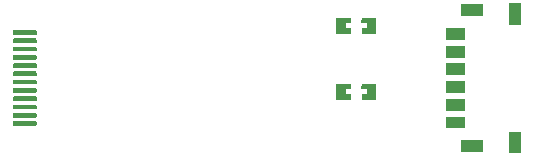
<source format=gbp>
G04 Layer: BottomPasteMaskLayer*
G04 EasyEDA v6.5.1, 2022-03-28 07:45:05*
G04 8a3c461addb741cca4737953a7c37c6d,45e7c3065f504378a11261742efe6332,10*
G04 Gerber Generator version 0.2*
G04 Scale: 100 percent, Rotated: No, Reflected: No *
G04 Dimensions in millimeters *
G04 leading zeros omitted , absolute positions ,4 integer and 5 decimal *
%FSLAX45Y45*%
%MOMM*%

%ADD10C,0.0001*%

%LPD*%
G36*
X5231587Y8260486D02*
G01*
X5226608Y8255508D01*
X5226100Y8214512D01*
X5271109Y8214512D01*
X5271109Y8169503D01*
X5227116Y8169503D01*
X5226608Y8127492D01*
X5231587Y8122513D01*
X5346598Y8122513D01*
X5351627Y8127492D01*
X5351627Y8255508D01*
X5346598Y8260486D01*
G37*
G36*
X5016601Y8260486D02*
G01*
X5011623Y8255508D01*
X5011623Y8127492D01*
X5016601Y8122513D01*
X5131612Y8122513D01*
X5136591Y8127492D01*
X5136591Y8169503D01*
X5092090Y8169503D01*
X5092090Y8214512D01*
X5136083Y8214512D01*
X5136591Y8255508D01*
X5131612Y8260486D01*
G37*
G36*
X5231587Y8819286D02*
G01*
X5226608Y8814308D01*
X5226100Y8773312D01*
X5271109Y8773312D01*
X5271109Y8728303D01*
X5227116Y8728303D01*
X5226608Y8686292D01*
X5231587Y8681313D01*
X5346598Y8681313D01*
X5351627Y8686292D01*
X5351627Y8814308D01*
X5346598Y8819286D01*
G37*
G36*
X5016601Y8819286D02*
G01*
X5011623Y8814308D01*
X5011623Y8686292D01*
X5016601Y8681313D01*
X5131612Y8681313D01*
X5136591Y8686292D01*
X5136591Y8728303D01*
X5092090Y8728303D01*
X5092090Y8773312D01*
X5136083Y8773312D01*
X5136591Y8814308D01*
X5131612Y8819286D01*
G37*
G36*
X2466492Y7903001D02*
G01*
X2473563Y7905930D01*
X2476492Y7913001D01*
X2476492Y7933001D01*
X2473563Y7940073D01*
X2466492Y7943001D01*
X2283292Y7943001D01*
X2276220Y7940073D01*
X2273292Y7933001D01*
X2273292Y7913001D01*
X2276220Y7905930D01*
X2283292Y7903001D01*
G37*
G36*
X2466492Y7973001D02*
G01*
X2473563Y7975930D01*
X2476492Y7983001D01*
X2476492Y8003001D01*
X2473563Y8010072D01*
X2466492Y8013001D01*
X2283292Y8013001D01*
X2276220Y8010072D01*
X2273292Y8003001D01*
X2273292Y7983001D01*
X2276220Y7975930D01*
X2283292Y7973001D01*
G37*
G36*
X2466492Y8043001D02*
G01*
X2473563Y8045930D01*
X2476492Y8053001D01*
X2476492Y8073001D01*
X2473563Y8080072D01*
X2466492Y8083001D01*
X2283292Y8083001D01*
X2276220Y8080072D01*
X2273292Y8073001D01*
X2273292Y8053001D01*
X2276220Y8045930D01*
X2283292Y8043001D01*
G37*
G36*
X2466492Y8113001D02*
G01*
X2473563Y8115929D01*
X2476492Y8123001D01*
X2476492Y8143001D01*
X2473563Y8150072D01*
X2466492Y8153001D01*
X2283292Y8153001D01*
X2276220Y8150072D01*
X2273292Y8143001D01*
X2273292Y8123001D01*
X2276220Y8115929D01*
X2283292Y8113001D01*
G37*
G36*
X2466492Y8183001D02*
G01*
X2473563Y8185929D01*
X2476492Y8193001D01*
X2476492Y8213001D01*
X2473563Y8220072D01*
X2466492Y8223001D01*
X2283292Y8223001D01*
X2276220Y8220072D01*
X2273292Y8213001D01*
X2273292Y8193001D01*
X2276220Y8185929D01*
X2283292Y8183001D01*
G37*
G36*
X2466492Y8253001D02*
G01*
X2473563Y8255929D01*
X2476492Y8263001D01*
X2476492Y8283000D01*
X2473563Y8290072D01*
X2466492Y8293000D01*
X2283292Y8293000D01*
X2276220Y8290072D01*
X2273292Y8283000D01*
X2273292Y8263001D01*
X2276220Y8255929D01*
X2283292Y8253001D01*
G37*
G36*
X2466492Y8323000D02*
G01*
X2473563Y8325929D01*
X2476492Y8333000D01*
X2476492Y8353000D01*
X2473563Y8360072D01*
X2466492Y8363000D01*
X2283292Y8363000D01*
X2276220Y8360072D01*
X2273292Y8353000D01*
X2273292Y8333000D01*
X2276220Y8325929D01*
X2283292Y8323000D01*
G37*
G36*
X2466492Y8393000D02*
G01*
X2473563Y8395929D01*
X2476492Y8403000D01*
X2476492Y8423000D01*
X2473563Y8430072D01*
X2466492Y8433000D01*
X2283292Y8433000D01*
X2276220Y8430072D01*
X2273292Y8423000D01*
X2273292Y8403000D01*
X2276220Y8395929D01*
X2283292Y8393000D01*
G37*
G36*
X2466492Y8463000D02*
G01*
X2473563Y8465929D01*
X2476492Y8473000D01*
X2476492Y8493000D01*
X2473563Y8500071D01*
X2466492Y8503000D01*
X2283292Y8503000D01*
X2276220Y8500071D01*
X2273292Y8493000D01*
X2273292Y8473000D01*
X2276220Y8465929D01*
X2283292Y8463000D01*
G37*
G36*
X2466492Y8533000D02*
G01*
X2473563Y8535929D01*
X2476492Y8543000D01*
X2476492Y8563000D01*
X2473563Y8570071D01*
X2466492Y8573000D01*
X2283292Y8573000D01*
X2276220Y8570071D01*
X2273292Y8563000D01*
X2273292Y8543000D01*
X2276220Y8535929D01*
X2283292Y8533000D01*
G37*
G36*
X2466492Y8603000D02*
G01*
X2473563Y8605928D01*
X2476492Y8613000D01*
X2476492Y8633000D01*
X2473563Y8640071D01*
X2466492Y8643000D01*
X2283292Y8643000D01*
X2276220Y8640071D01*
X2273292Y8633000D01*
X2273292Y8613000D01*
X2276220Y8605928D01*
X2283292Y8603000D01*
G37*
G36*
X2466492Y8673000D02*
G01*
X2473563Y8675928D01*
X2476492Y8683000D01*
X2476492Y8703000D01*
X2473563Y8710071D01*
X2466492Y8713000D01*
X2283292Y8713000D01*
X2276220Y8710071D01*
X2273292Y8703000D01*
X2273292Y8683000D01*
X2276220Y8675928D01*
X2283292Y8673000D01*
G37*
G36*
X6103802Y7880802D02*
G01*
X6103802Y7980801D01*
X5943803Y7980801D01*
X5943803Y7880802D01*
G37*
G36*
X6103802Y8030801D02*
G01*
X6103802Y8130801D01*
X5943803Y8130801D01*
X5943803Y8030801D01*
G37*
G36*
X6103802Y8330801D02*
G01*
X6103802Y8430801D01*
X5943803Y8430801D01*
X5943803Y8330801D01*
G37*
G36*
X6103802Y8480800D02*
G01*
X6103802Y8580800D01*
X5943803Y8580800D01*
X5943803Y8480800D01*
G37*
G36*
X6103802Y8180801D02*
G01*
X6103802Y8280801D01*
X5943803Y8280801D01*
X5943803Y8180801D01*
G37*
G36*
X6103802Y8630800D02*
G01*
X6103802Y8730800D01*
X5943803Y8730800D01*
X5943803Y8630800D01*
G37*
G36*
X6253802Y7680802D02*
G01*
X6253802Y7780802D01*
X6068804Y7780802D01*
X6068804Y7680802D01*
G37*
G36*
X6253802Y8830797D02*
G01*
X6253802Y8930800D01*
X6068804Y8930800D01*
X6068804Y8830797D01*
G37*
G36*
X6573801Y8760800D02*
G01*
X6573801Y8940800D01*
X6473802Y8940800D01*
X6473802Y8760800D01*
G37*
G36*
X6573801Y7670802D02*
G01*
X6573801Y7850802D01*
X6473802Y7850802D01*
X6473802Y7670802D01*
G37*
M02*

</source>
